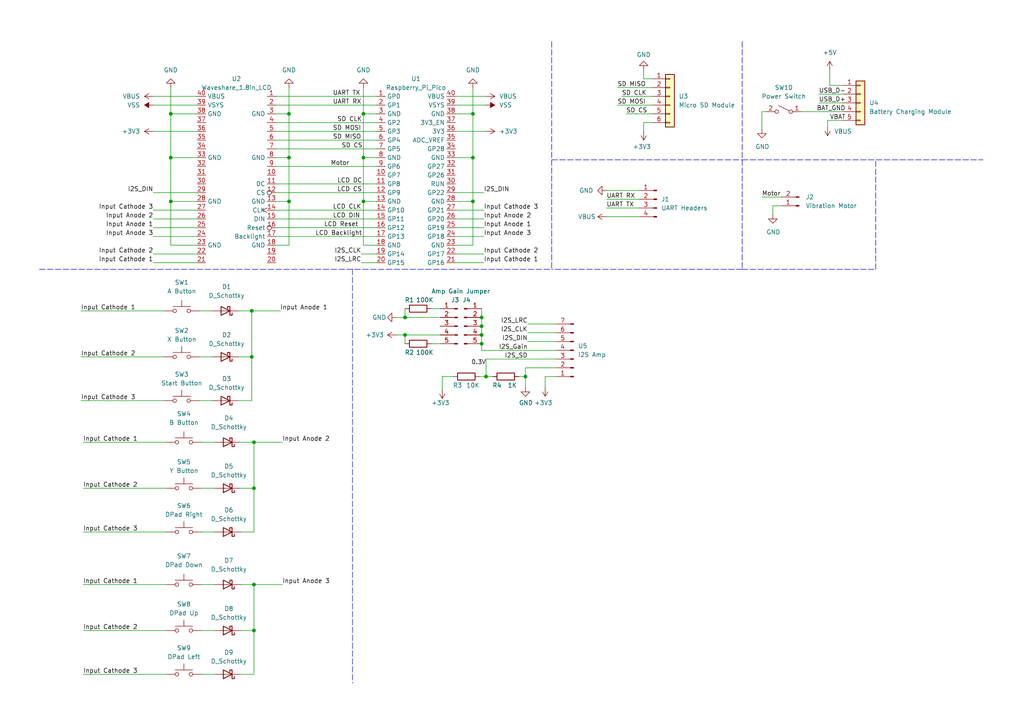
<source format=kicad_sch>
(kicad_sch (version 20211123) (generator eeschema)
  (paper "A4")
  (title_block (title "PICOnsole") (rev "1") (company "Bryce Dixon"))
  (lib_symbols
    (symbol "Connector:Conn_01x02_Male" (pin_names (offset 1.016) hide)
      (property "Reference" "J" (at 0 2.54 0))
      (property "Value" "Conn_01x02_Male" (at 0 -5.08 0))
      (symbol "Conn_01x02_Male_1_1"
        (polyline (pts (xy 1.27 -2.54) (xy 0.8636 -2.54)) (stroke (width 0.1524)))
        (polyline (pts (xy 1.27 0) (xy 0.8636 0)) (stroke (width 0.1524)))
        (rectangle (start 0.8636 -2.413) (end 0 -2.667) (stroke (width 0.1524)) (fill (type outline)))
        (rectangle (start 0.8636 0.127) (end 0 -0.127) (stroke (width 0.1524)) (fill (type outline)))
        (pin passive line (at 5.08 0 180) (length 3.81) (name "Pin_1") (number "1"))
        (pin passive line (at 5.08 -2.54 180) (length 3.81) (name "Pin_2") (number "2"))
      )
    )
    (symbol "Connector:Conn_01x04_Male" (pin_names (offset 1.016) hide)
      (property "Reference" "J" (at 0 5.08 0))
      (property "Value" "Conn_01x04_Male" (at 0 -7.62 0))
      (symbol "Conn_01x04_Male_1_1"
        (polyline (pts (xy 1.27 -5.08) (xy 0.8636 -5.08)) (stroke (width 0.1524)))
        (polyline (pts (xy 1.27 -2.54) (xy 0.8636 -2.54)) (stroke (width 0.1524)))
        (polyline (pts (xy 1.27 0) (xy 0.8636 0)) (stroke (width 0.1524)))
        (polyline (pts (xy 1.27 2.54) (xy 0.8636 2.54)) (stroke (width 0.1524)))
        (rectangle (start 0.8636 -4.953) (end 0 -5.207) (stroke (width 0.1524)) (fill (type outline)))
        (rectangle (start 0.8636 -2.413) (end 0 -2.667) (stroke (width 0.1524)) (fill (type outline)))
        (rectangle (start 0.8636 0.127) (end 0 -0.127) (stroke (width 0.1524)) (fill (type outline)))
        (rectangle (start 0.8636 2.667) (end 0 2.413) (stroke (width 0.1524)) (fill (type outline)))
        (pin passive line (at 5.08 2.54 180) (length 3.81) (name "Pin_1") (number "1"))
        (pin passive line (at 5.08 0 180) (length 3.81) (name "Pin_2") (number "2"))
        (pin passive line (at 5.08 -2.54 180) (length 3.81) (name "Pin_3") (number "3"))
        (pin passive line (at 5.08 -5.08 180) (length 3.81) (name "Pin_4") (number "4"))
      )
    )
    (symbol "Connector:Conn_01x05_Male" (pin_names (offset 1.016) hide)
      (property "Reference" "J" (at 0 7.62 0))
      (property "Value" "Conn_01x05_Male" (at 0 -7.62 0))
      (symbol "Conn_01x05_Male_1_1"
        (polyline (pts (xy 1.27 -5.08) (xy 0.8636 -5.08)) (stroke (width 0.1524)))
        (polyline (pts (xy 1.27 -2.54) (xy 0.8636 -2.54)) (stroke (width 0.1524)))
        (polyline (pts (xy 1.27 0) (xy 0.8636 0)) (stroke (width 0.1524)))
        (polyline (pts (xy 1.27 2.54) (xy 0.8636 2.54)) (stroke (width 0.1524)))
        (polyline (pts (xy 1.27 5.08) (xy 0.8636 5.08)) (stroke (width 0.1524)))
        (rectangle (start 0.8636 -4.953) (end 0 -5.207) (stroke (width 0.1524)) (fill (type outline)))
        (rectangle (start 0.8636 -2.413) (end 0 -2.667) (stroke (width 0.1524)) (fill (type outline)))
        (rectangle (start 0.8636 0.127) (end 0 -0.127) (stroke (width 0.1524)) (fill (type outline)))
        (rectangle (start 0.8636 2.667) (end 0 2.413) (stroke (width 0.1524)) (fill (type outline)))
        (rectangle (start 0.8636 5.207) (end 0 4.953) (stroke (width 0.1524)) (fill (type outline)))
        (pin passive line (at 5.08 5.08 180) (length 3.81) (name "Pin_1") (number "1"))
        (pin passive line (at 5.08 2.54 180) (length 3.81) (name "Pin_2") (number "2"))
        (pin passive line (at 5.08 0 180) (length 3.81) (name "Pin_3") (number "3"))
        (pin passive line (at 5.08 -2.54 180) (length 3.81) (name "Pin_4") (number "4"))
        (pin passive line (at 5.08 -5.08 180) (length 3.81) (name "Pin_5") (number "5"))
      )
    )
    (symbol "Connector:Conn_01x07_Male" (pin_names (offset 1.016) hide)
      (property "Reference" "J" (at 0 10.16 0))
      (property "Value" "Conn_01x07_Male" (at 0 -10.16 0))
      (symbol "Conn_01x07_Male_1_1"
        (polyline (pts (xy 1.27 -7.62) (xy 0.8636 -7.62)) (stroke (width 0.1524)))
        (polyline (pts (xy 1.27 -5.08) (xy 0.8636 -5.08)) (stroke (width 0.1524)))
        (polyline (pts (xy 1.27 -2.54) (xy 0.8636 -2.54)) (stroke (width 0.1524)))
        (polyline (pts (xy 1.27 0) (xy 0.8636 0)) (stroke (width 0.1524)))
        (polyline (pts (xy 1.27 2.54) (xy 0.8636 2.54)) (stroke (width 0.1524)))
        (polyline (pts (xy 1.27 5.08) (xy 0.8636 5.08)) (stroke (width 0.1524)))
        (polyline (pts (xy 1.27 7.62) (xy 0.8636 7.62)) (stroke (width 0.1524)))
        (rectangle (start 0.8636 -7.493) (end 0 -7.747) (stroke (width 0.1524)) (fill (type outline)))
        (rectangle (start 0.8636 -4.953) (end 0 -5.207) (stroke (width 0.1524)) (fill (type outline)))
        (rectangle (start 0.8636 -2.413) (end 0 -2.667) (stroke (width 0.1524)) (fill (type outline)))
        (rectangle (start 0.8636 0.127) (end 0 -0.127) (stroke (width 0.1524)) (fill (type outline)))
        (rectangle (start 0.8636 2.667) (end 0 2.413) (stroke (width 0.1524)) (fill (type outline)))
        (rectangle (start 0.8636 5.207) (end 0 4.953) (stroke (width 0.1524)) (fill (type outline)))
        (rectangle (start 0.8636 7.747) (end 0 7.493) (stroke (width 0.1524)) (fill (type outline)))
        (pin passive line (at 5.08 7.62 180) (length 3.81) (name "Pin_1") (number "1"))
        (pin passive line (at 5.08 5.08 180) (length 3.81) (name "Pin_2") (number "2"))
        (pin passive line (at 5.08 2.54 180) (length 3.81) (name "Pin_3") (number "3"))
        (pin passive line (at 5.08 0 180) (length 3.81) (name "Pin_4") (number "4"))
        (pin passive line (at 5.08 -2.54 180) (length 3.81) (name "Pin_5") (number "5"))
        (pin passive line (at 5.08 -5.08 180) (length 3.81) (name "Pin_6") (number "6"))
        (pin passive line (at 5.08 -7.62 180) (length 3.81) (name "Pin_7") (number "7"))
      )
    )
    (symbol "Connector_Generic:Conn_01x05" (pin_names (offset 1.016) hide)
      (property "Reference" "J" (at 0 7.62 0))
      (property "Value" "Conn_01x05" (at 0 -7.62 0))
      (symbol "Conn_01x05_1_1"
        (rectangle (start -1.27 -4.953) (end 0 -5.207) (stroke (width 0.1524)))
        (rectangle (start -1.27 -2.413) (end 0 -2.667) (stroke (width 0.1524)))
        (rectangle (start -1.27 0.127) (end 0 -0.127) (stroke (width 0.1524)))
        (rectangle (start -1.27 2.667) (end 0 2.413) (stroke (width 0.1524)))
        (rectangle (start -1.27 5.207) (end 0 4.953) (stroke (width 0.1524)))
        (rectangle (start -1.27 6.35) (end 1.27 -6.35) (stroke (width 0.254)) (fill (type background)))
        (pin passive line (at -5.08 5.08 0) (length 3.81) (name "Pin_1") (number "1"))
        (pin passive line (at -5.08 2.54 0) (length 3.81) (name "Pin_2") (number "2"))
        (pin passive line (at -5.08 0 0) (length 3.81) (name "Pin_3") (number "3"))
        (pin passive line (at -5.08 -2.54 0) (length 3.81) (name "Pin_4") (number "4"))
        (pin passive line (at -5.08 -5.08 0) (length 3.81) (name "Pin_5") (number "5"))
      )
    )
    (symbol "Connector_Generic:Conn_01x06" (pin_names (offset 1.016) hide)
      (property "Reference" "J" (at 0 7.62 0))
      (property "Value" "Conn_01x06" (at 0 -10.16 0))
      (symbol "Conn_01x06_1_1"
        (rectangle (start -1.27 -7.493) (end 0 -7.747) (stroke (width 0.1524)))
        (rectangle (start -1.27 -4.953) (end 0 -5.207) (stroke (width 0.1524)))
        (rectangle (start -1.27 -2.413) (end 0 -2.667) (stroke (width 0.1524)))
        (rectangle (start -1.27 0.127) (end 0 -0.127) (stroke (width 0.1524)))
        (rectangle (start -1.27 2.667) (end 0 2.413) (stroke (width 0.1524)))
        (rectangle (start -1.27 5.207) (end 0 4.953) (stroke (width 0.1524)))
        (rectangle (start -1.27 6.35) (end 1.27 -8.89) (stroke (width 0.254)) (fill (type background)))
        (pin passive line (at -5.08 5.08 0) (length 3.81) (name "Pin_1") (number "1"))
        (pin passive line (at -5.08 2.54 0) (length 3.81) (name "Pin_2") (number "2"))
        (pin passive line (at -5.08 0 0) (length 3.81) (name "Pin_3") (number "3"))
        (pin passive line (at -5.08 -2.54 0) (length 3.81) (name "Pin_4") (number "4"))
        (pin passive line (at -5.08 -5.08 0) (length 3.81) (name "Pin_5") (number "5"))
        (pin passive line (at -5.08 -7.62 0) (length 3.81) (name "Pin_6") (number "6"))
      )
    )
    (symbol "Device:D_Schottky" (pin_numbers hide) (pin_names (offset 1.016) hide)
      (property "Reference" "D" (at 0 2.54 0))
      (property "Value" "D_Schottky" (at 0 -2.54 0))
      (symbol "D_Schottky_0_1"
        (polyline (pts (xy 1.27 0) (xy -1.27 0)))
        (polyline (pts (xy 1.27 1.27) (xy 1.27 -1.27) (xy -1.27 0) (xy 1.27 1.27)) (stroke (width 0.254)))
        (polyline (pts (xy -1.905 0.635) (xy -1.905 1.27) (xy -1.27 1.27) (xy -1.27 -1.27) (xy -0.635 -1.27) (xy -0.635 -0.635)) (stroke (width 0.254)))
      )
      (symbol "D_Schottky_1_1"
        (pin passive line (at -3.81 0 0) (length 2.54) (name "K") (number "1"))
        (pin passive line (at 3.81 0 180) (length 2.54) (name "A") (number "2"))
      )
    )
    (symbol "Device:R" (pin_numbers hide) (pin_names (offset 0))
      (property "Reference" "R" (at 2.032 0 90))
      (property "Value" "R" (at 0 0 90))
      (symbol "R_0_1"
        (rectangle (start -1.016 -2.54) (end 1.016 2.54) (stroke (width 0.254)))
      )
      (symbol "R_1_1"
        (pin passive line (at 0 3.81 270) (length 1.27) (name "~") (number "1"))
        (pin passive line (at 0 -3.81 90) (length 1.27) (name "~") (number "2"))
      )
    )
    (symbol "PICOnsole:Raspberry_Pi_Pico"
      (property "Reference" "U?" (at 0 -39.37 0))
      (property "Value" "Raspberry_Pi_Pico" (at 0 13.97 0))
      (symbol "Raspberry_Pi_Pico_0_0"
        (pin bidirectional line (at -11.43 11.43 0) (length 2.54) (name "GP0") (number "1"))
        (pin bidirectional line (at -11.43 -11.43 0) (length 2.54) (name "GP7") (number "10"))
        (pin bidirectional line (at -11.43 -13.97 0) (length 2.54) (name "GP8") (number "11"))
        (pin bidirectional line (at -11.43 -16.51 0) (length 2.54) (name "GP9") (number "12"))
        (pin power_in line (at -11.43 -19.05 0) (length 2.54) (name "GND") (number "13"))
        (pin bidirectional line (at -11.43 -21.59 0) (length 2.54) (name "GP10") (number "14"))
        (pin bidirectional line (at -11.43 -24.13 0) (length 2.54) (name "GP11") (number "15"))
        (pin bidirectional line (at -11.43 -26.67 0) (length 2.54) (name "GP12") (number "16"))
        (pin bidirectional line (at -11.43 -29.21 0) (length 2.54) (name "GP13") (number "17"))
        (pin power_in line (at -11.43 -31.75 0) (length 2.54) (name "GND") (number "18"))
        (pin bidirectional line (at -11.43 -34.29 0) (length 2.54) (name "GP14") (number "19"))
        (pin bidirectional line (at -11.43 8.89 0) (length 2.54) (name "GP1") (number "2"))
        (pin bidirectional line (at -11.43 -36.83 0) (length 2.54) (name "GP15") (number "20"))
        (pin bidirectional line (at 11.43 -36.83 180) (length 2.54) (name "GP16") (number "21"))
        (pin bidirectional line (at 11.43 -34.29 180) (length 2.54) (name "GP17") (number "22"))
        (pin power_in line (at 11.43 -31.75 180) (length 2.54) (name "GND") (number "23"))
        (pin bidirectional line (at 11.43 -29.21 180) (length 2.54) (name "GP18") (number "24"))
        (pin bidirectional line (at 11.43 -26.67 180) (length 2.54) (name "GP19") (number "25"))
        (pin bidirectional line (at 11.43 -24.13 180) (length 2.54) (name "GP20") (number "26"))
        (pin bidirectional line (at 11.43 -21.59 180) (length 2.54) (name "GP21") (number "27"))
        (pin power_in line (at 11.43 -19.05 180) (length 2.54) (name "GND") (number "28"))
        (pin bidirectional line (at 11.43 -16.51 180) (length 2.54) (name "GP22") (number "29"))
        (pin power_in line (at -11.43 6.35 0) (length 2.54) (name "GND") (number "3"))
        (pin input line (at 11.43 -13.97 180) (length 2.54) (name "RUN") (number "30"))
        (pin bidirectional line (at 11.43 -11.43 180) (length 2.54) (name "GP26") (number "31"))
        (pin bidirectional line (at 11.43 -8.89 180) (length 2.54) (name "GP27") (number "32"))
        (pin power_in line (at 11.43 -6.35 180) (length 2.54) (name "GND") (number "33"))
        (pin bidirectional line (at 11.43 -3.81 180) (length 2.54) (name "GP28") (number "34"))
        (pin output line (at 11.43 -1.27 180) (length 2.54) (name "ADC_VREF") (number "35"))
        (pin power_out line (at 11.43 1.27 180) (length 2.54) (name "3V3") (number "36"))
        (pin input line (at 11.43 3.81 180) (length 2.54) (name "3V3_EN") (number "37"))
        (pin power_in line (at 11.43 6.35 180) (length 2.54) (name "GND") (number "38"))
        (pin power_out line (at 11.43 8.89 180) (length 2.54) (name "VSYS") (number "39"))
        (pin bidirectional line (at -11.43 3.81 0) (length 2.54) (name "GP2") (number "4"))
        (pin power_in line (at 11.43 11.43 180) (length 2.54) (name "VBUS") (number "40"))
        (pin bidirectional line (at -11.43 1.27 0) (length 2.54) (name "GP3") (number "5"))
        (pin bidirectional line (at -11.43 -1.27 0) (length 2.54) (name "GP4") (number "6"))
        (pin bidirectional line (at -11.43 -3.81 0) (length 2.54) (name "GP5") (number "7"))
        (pin power_in line (at -11.43 -6.35 0) (length 2.54) (name "GND") (number "8"))
        (pin bidirectional line (at -11.43 -8.89 0) (length 2.54) (name "GP6") (number "9"))
      )
    )
    (symbol "PICOnsole:Waveshare_1.8in_LCD"
      (property "Reference" "U2" (at 0 16.51 0))
      (property "Value" "Waveshare_1.8in_LCD" (at 0 13.97 0))
      (symbol "Waveshare_1.8in_LCD_0_0"
        (pin free line (at -11.43 11.43 0) (length 2.54) (name "") (number "1"))
        (pin free line (at -11.43 -11.43 0) (length 2.54) (name "") (number "10"))
        (pin input line (at -11.43 -13.97 0) (length 2.54) (name "DC") (number "11"))
        (pin input inverted (at -11.43 -16.51 0) (length 2.54) (name "CS") (number "12"))
        (pin power_in line (at -11.43 -19.05 0) (length 2.54) (name "GND") (number "13"))
        (pin input clock (at -11.43 -21.59 0) (length 2.54) (name "CLK") (number "14"))
        (pin input line (at -11.43 -24.13 0) (length 2.54) (name "DIN") (number "15"))
        (pin input inverted (at -11.43 -26.67 0) (length 2.54) (name "Reset") (number "16"))
        (pin input line (at -11.43 -29.21 0) (length 2.54) (name "Backlight") (number "17"))
        (pin power_in line (at -11.43 -31.75 0) (length 2.54) (name "GND") (number "18"))
        (pin free line (at -11.43 -34.29 0) (length 2.54) (name "") (number "19"))
        (pin free line (at -11.43 8.89 0) (length 2.54) (name "") (number "2"))
        (pin free line (at -11.43 -36.83 0) (length 2.54) (name "") (number "20"))
        (pin free line (at 11.43 -36.83 180) (length 2.54) (name "") (number "21"))
        (pin free line (at 11.43 -34.29 180) (length 2.54) (name "") (number "22"))
        (pin power_in line (at 11.43 -31.75 180) (length 2.54) (name "GND") (number "23"))
        (pin free line (at 11.43 -29.21 180) (length 2.54) (name "") (number "24"))
        (pin free line (at 11.43 -26.67 180) (length 2.54) (name "") (number "25"))
        (pin free line (at 11.43 -24.13 180) (length 2.54) (name "") (number "26"))
        (pin free line (at 11.43 -21.59 180) (length 2.54) (name "") (number "27"))
        (pin power_in line (at 11.43 -19.05 180) (length 2.54) (name "GND") (number "28"))
        (pin free line (at 11.43 -16.51 180) (length 2.54) (name "") (number "29"))
        (pin power_in line (at -11.43 6.35 0) (length 2.54) (name "GND") (number "3"))
        (pin free line (at 11.43 -13.97 180) (length 2.54) (name "") (number "30"))
        (pin free line (at 11.43 -11.43 180) (length 2.54) (name "") (number "31"))
        (pin free line (at 11.43 -8.89 180) (length 2.54) (name "") (number "32"))
        (pin power_in line (at 11.43 -6.35 180) (length 2.54) (name "GND") (number "33"))
        (pin free line (at 11.43 -3.81 180) (length 2.54) (name "") (number "34"))
        (pin free line (at 11.43 -1.27 180) (length 2.54) (name "") (number "35"))
        (pin free line (at 11.43 1.27 180) (length 2.54) (name "") (number "36"))
        (pin free line (at 11.43 3.81 180) (length 2.54) (name "") (number "37"))
        (pin power_in line (at 11.43 6.35 180) (length 2.54) (name "GND") (number "38"))
        (pin power_in line (at 11.43 8.89 180) (length 2.54) (name "VSYS") (number "39"))
        (pin free line (at -11.43 3.81 0) (length 2.54) (name "") (number "4"))
        (pin power_in line (at 11.43 11.43 180) (length 2.54) (name "VBUS") (number "40"))
        (pin free line (at -11.43 1.27 0) (length 2.54) (name "") (number "5"))
        (pin free line (at -11.43 -1.27 0) (length 2.54) (name "") (number "6"))
        (pin free line (at -11.43 -3.81 0) (length 2.54) (name "") (number "7"))
        (pin power_in line (at -11.43 -6.35 0) (length 2.54) (name "GND") (number "8"))
        (pin free line (at -11.43 -8.89 0) (length 2.54) (name "") (number "9"))
      )
    )
    (symbol "Switch:SW_Push" (pin_numbers hide) (pin_names (offset 1.016) hide)
      (property "Reference" "SW" (at 1.27 2.54 0))
      (property "Value" "SW_Push" (at 0 -1.524 0))
      (symbol "SW_Push_0_1"
        (circle (center -2.032 0) (radius 0.508))
        (polyline (pts (xy 0 1.27) (xy 0 3.048)))
        (polyline (pts (xy 2.54 1.27) (xy -2.54 1.27)))
        (circle (center 2.032 0) (radius 0.508))
        (pin passive line (at -5.08 0 0) (length 2.54) (name "1") (number "1"))
        (pin passive line (at 5.08 0 180) (length 2.54) (name "2") (number "2"))
      )
    )
    (symbol "Switch:SW_SPST" (pin_names (offset 0) hide)
      (property "Reference" "SW" (at 0 3.175 0))
      (property "Value" "SW_SPST" (at 0 -2.54 0))
      (symbol "SW_SPST_0_0"
        (circle (center -2.032 0) (radius 0.508))
        (polyline (pts (xy -1.524 0.254) (xy 1.524 1.778)))
        (circle (center 2.032 0) (radius 0.508))
      )
      (symbol "SW_SPST_1_1"
        (pin passive line (at -5.08 0 0) (length 2.54) (name "A") (number "1"))
        (pin passive line (at 5.08 0 180) (length 2.54) (name "B") (number "2"))
      )
    )
    (symbol "power:+3.3V" (power) (pin_names (offset 0))
      (property "Value" "+3.3V" (at 0 3.556 0))
      (symbol "+3.3V_0_1"
        (polyline (pts (xy -0.762 1.27) (xy 0 2.54)))
        (polyline (pts (xy 0 0) (xy 0 2.54)))
        (polyline (pts (xy 0 2.54) (xy 0.762 1.27)))
      )
      (symbol "+3.3V_1_1"
        (pin power_in line (at 0 0 90) (length 0) hide (name "+3V3") (number "1"))
      )
    )
    (symbol "power:+5V" (power) (pin_names (offset 0))
      (property "Value" "+5V" (at 0 3.556 0))
      (symbol "+5V_0_1"
        (polyline (pts (xy -0.762 1.27) (xy 0 2.54)))
        (polyline (pts (xy 0 0) (xy 0 2.54)))
        (polyline (pts (xy 0 2.54) (xy 0.762 1.27)))
      )
      (symbol "+5V_1_1"
        (pin power_in line (at 0 0 90) (length 0) hide (name "+5V") (number "1"))
      )
    )
    (symbol "power:GND" (power) (pin_names (offset 0))
      (property "Value" "GND" (at 0 -3.81 0))
      (symbol "GND_0_1"
        (polyline (pts (xy 0 0) (xy 0 -1.27) (xy 1.27 -1.27) (xy 0 -2.54) (xy -1.27 -1.27) (xy 0 -1.27)))
      )
      (symbol "GND_1_1"
        (pin power_in line (at 0 0 270) (length 0) hide (name "GND") (number "1"))
      )
    )
    (symbol "power:VBUS" (power) (pin_names (offset 0))
      (property "Value" "VBUS" (at 0 3.81 0))
      (symbol "VBUS_0_1"
        (polyline (pts (xy -0.762 1.27) (xy 0 2.54)))
        (polyline (pts (xy 0 0) (xy 0 2.54)))
        (polyline (pts (xy 0 2.54) (xy 0.762 1.27)))
      )
      (symbol "VBUS_1_1"
        (pin power_in line (at 0 0 90) (length 0) hide (name "VBUS") (number "1"))
      )
    )
    (symbol "power:VSS" (power) (pin_names (offset 0))
      (property "Value" "VSS" (at 0 3.81 0))
      (symbol "VSS_0_1"
        (polyline (pts (xy 0 0) (xy 0 2.54)))
        (polyline (pts (xy 0.762 1.27) (xy -0.762 1.27) (xy 0 2.54) (xy 0.762 1.27)) (fill (type outline)))
      )
      (symbol "VSS_1_1"
        (pin power_in line (at 0 0 90) (length 0) hide (name "VSS") (number "1"))
      )
    )
  )
  (junction (at 117.475 92.075))
  (junction (at 137.16 33.02))
  (junction (at 105.41 33.02))
  (junction (at 83.82 45.72))
  (junction (at 137.16 45.72))
  (junction (at 139.7 97.155))
  (junction (at 83.82 58.42))
  (junction (at 140.97 109.22))
  (junction (at 105.41 45.72))
  (junction (at 73.66 182.88))
  (junction (at 137.16 58.42))
  (junction (at 49.53 45.72))
  (junction (at 73.025 90.17))
  (junction (at 73.66 141.605))
  (junction (at 73.66 169.545))
  (junction (at 49.53 58.42))
  (junction (at 105.41 58.42))
  (junction (at 83.82 33.02))
  (junction (at 73.66 128.27))
  (junction (at 139.7 92.075))
  (junction (at 73.025 103.505))
  (junction (at 139.7 94.615))
  (junction (at 152.4 109.22))
  (junction (at 49.53 33.02))
  (junction (at 117.475 97.155))
  (junction (at 139.7 99.695))
  (wire (pts (xy 137.16 45.72) (xy 137.16 33.02)))
  (wire (pts (xy 58.42 154.305) (xy 62.23 154.305)))
  (wire (pts (xy 24.13 182.88) (xy 48.26 182.88)))
  (wire (pts (xy 161.29 106.68) (xy 152.4 106.68)))
  (wire (pts (xy 105.41 58.42) (xy 105.41 71.12)))
  (wire (pts (xy 81.28 90.17) (xy 73.025 90.17)))
  (wire (pts (xy 81.915 128.27) (xy 73.66 128.27)))
  (wire (pts (xy 132.08 60.96) (xy 140.335 60.96)))
  (wire (pts (xy 23.495 116.205) (xy 47.625 116.205)))
  (wire (pts (xy 186.69 20.32) (xy 186.69 22.86)))
  (wire (pts (xy 73.66 195.58) (xy 69.85 195.58)))
  (polyline (pts (xy 102.235 78.105) (xy 102.235 127)))
  (wire (pts (xy 83.82 58.42) (xy 80.01 58.42)))
  (wire (pts (xy 132.08 30.48) (xy 140.97 30.48)))
  (wire (pts (xy 153.035 96.52) (xy 161.29 96.52)))
  (wire (pts (xy 125.095 89.535) (xy 127.635 89.535)))
  (wire (pts (xy 80.01 55.88) (xy 109.22 55.88)))
  (wire (pts (xy 49.53 58.42) (xy 57.15 58.42)))
  (wire (pts (xy 83.82 45.72) (xy 83.82 58.42)))
  (wire (pts (xy 83.82 71.12) (xy 80.01 71.12)))
  (wire (pts (xy 44.45 38.1) (xy 57.15 38.1)))
  (wire (pts (xy 44.45 55.88) (xy 57.15 55.88)))
  (wire (pts (xy 137.16 71.12) (xy 137.16 58.42)))
  (wire (pts (xy 80.01 27.94) (xy 109.22 27.94)))
  (wire (pts (xy 83.82 33.02) (xy 80.01 33.02)))
  (wire (pts (xy 186.69 35.56) (xy 186.69 38.1)))
  (wire (pts (xy 57.785 116.205) (xy 61.595 116.205)))
  (wire (pts (xy 69.85 169.545) (xy 73.66 169.545)))
  (wire (pts (xy 44.45 73.66) (xy 57.15 73.66)))
  (wire (pts (xy 132.08 73.66) (xy 140.335 73.66)))
  (wire (pts (xy 80.01 35.56) (xy 109.22 35.56)))
  (wire (pts (xy 24.13 169.545) (xy 48.26 169.545)))
  (wire (pts (xy 73.66 154.305) (xy 69.85 154.305)))
  (wire (pts (xy 80.01 53.34) (xy 109.22 53.34)))
  (wire (pts (xy 83.82 25.4) (xy 83.82 33.02)))
  (wire (pts (xy 73.66 169.545) (xy 73.66 182.88)))
  (wire (pts (xy 139.065 109.22) (xy 140.97 109.22)))
  (wire (pts (xy 49.53 58.42) (xy 49.53 71.12)))
  (wire (pts (xy 44.45 68.58) (xy 57.15 68.58)))
  (wire (pts (xy 175.895 57.785) (xy 185.42 57.785)))
  (wire (pts (xy 58.42 141.605) (xy 62.23 141.605)))
  (wire (pts (xy 73.66 141.605) (xy 73.66 154.305)))
  (wire (pts (xy 24.13 154.305) (xy 48.26 154.305)))
  (polyline (pts (xy 102.235 127) (xy 102.235 198.12)))
  (wire (pts (xy 240.03 34.925) (xy 240.03 36.83)))
  (wire (pts (xy 132.08 66.04) (xy 140.335 66.04)))
  (wire (pts (xy 222.25 32.385) (xy 220.98 32.385)))
  (wire (pts (xy 80.01 63.5) (xy 109.22 63.5)))
  (wire (pts (xy 80.01 60.96) (xy 109.22 60.96)))
  (wire (pts (xy 132.08 27.94) (xy 140.97 27.94)))
  (wire (pts (xy 73.025 90.17) (xy 73.025 103.505)))
  (wire (pts (xy 139.7 94.615) (xy 139.7 97.155)))
  (wire (pts (xy 58.42 182.88) (xy 62.23 182.88)))
  (wire (pts (xy 57.785 90.17) (xy 61.595 90.17)))
  (wire (pts (xy 224.155 59.69) (xy 224.155 62.23)))
  (wire (pts (xy 132.08 55.88) (xy 140.335 55.88)))
  (wire (pts (xy 49.53 25.4) (xy 49.53 33.02)))
  (wire (pts (xy 80.01 38.1) (xy 109.22 38.1)))
  (wire (pts (xy 80.01 43.18) (xy 109.22 43.18)))
  (wire (pts (xy 105.41 25.4) (xy 105.41 33.02)))
  (wire (pts (xy 179.07 30.48) (xy 189.23 30.48)))
  (wire (pts (xy 244.475 24.765) (xy 240.665 24.765)))
  (wire (pts (xy 23.495 90.17) (xy 47.625 90.17)))
  (polyline (pts (xy 215.265 46.355) (xy 285.115 46.355)))
  (wire (pts (xy 179.07 25.4) (xy 189.23 25.4)))
  (wire (pts (xy 24.13 128.27) (xy 48.26 128.27)))
  (wire (pts (xy 180.34 27.94) (xy 189.23 27.94)))
  (wire (pts (xy 117.475 97.155) (xy 127.635 97.155)))
  (wire (pts (xy 114.935 97.155) (xy 117.475 97.155)))
  (wire (pts (xy 158.115 109.22) (xy 161.29 109.22)))
  (wire (pts (xy 44.45 30.48) (xy 57.15 30.48)))
  (wire (pts (xy 80.01 66.04) (xy 109.22 66.04)))
  (wire (pts (xy 117.475 89.535) (xy 117.475 92.075)))
  (wire (pts (xy 80.01 68.58) (xy 109.22 68.58)))
  (wire (pts (xy 69.85 141.605) (xy 73.66 141.605)))
  (wire (pts (xy 125.095 99.695) (xy 127.635 99.695)))
  (wire (pts (xy 117.475 92.075) (xy 127.635 92.075)))
  (wire (pts (xy 104.775 73.66) (xy 109.22 73.66)))
  (wire (pts (xy 80.01 48.26) (xy 109.22 48.26)))
  (wire (pts (xy 226.695 59.69) (xy 224.155 59.69)))
  (wire (pts (xy 23.495 103.505) (xy 47.625 103.505)))
  (wire (pts (xy 117.475 92.075) (xy 114.935 92.075)))
  (wire (pts (xy 44.45 76.2) (xy 57.15 76.2)))
  (wire (pts (xy 132.08 45.72) (xy 137.16 45.72)))
  (wire (pts (xy 57.785 103.505) (xy 61.595 103.505)))
  (wire (pts (xy 105.41 33.02) (xy 105.41 45.72)))
  (wire (pts (xy 69.85 182.88) (xy 73.66 182.88)))
  (wire (pts (xy 73.66 182.88) (xy 73.66 195.58)))
  (wire (pts (xy 73.66 128.27) (xy 73.66 141.605)))
  (wire (pts (xy 181.61 33.02) (xy 189.23 33.02)))
  (wire (pts (xy 139.7 101.6) (xy 161.29 101.6)))
  (wire (pts (xy 24.13 195.58) (xy 48.26 195.58)))
  (wire (pts (xy 49.53 33.02) (xy 49.53 45.72)))
  (wire (pts (xy 240.665 24.765) (xy 240.665 20.32)))
  (polyline (pts (xy 160.02 46.355) (xy 215.265 46.355)))
  (wire (pts (xy 80.01 40.64) (xy 109.22 40.64)))
  (wire (pts (xy 158.115 112.395) (xy 158.115 109.22)))
  (wire (pts (xy 132.08 58.42) (xy 137.16 58.42)))
  (polyline (pts (xy 215.265 78.105) (xy 160.02 78.105)))
  (polyline (pts (xy 215.265 78.105) (xy 254 78.105)))
  (polyline (pts (xy 215.265 12.065) (xy 215.265 46.355)))
  (wire (pts (xy 237.49 29.845) (xy 244.475 29.845)))
  (wire (pts (xy 105.41 58.42) (xy 109.22 58.42)))
  (wire (pts (xy 49.53 71.12) (xy 57.15 71.12)))
  (wire (pts (xy 44.45 27.94) (xy 57.15 27.94)))
  (wire (pts (xy 128.27 109.22) (xy 131.445 109.22)))
  (wire (pts (xy 44.45 63.5) (xy 57.15 63.5)))
  (wire (pts (xy 140.97 104.14) (xy 161.29 104.14)))
  (wire (pts (xy 132.08 38.1) (xy 140.97 38.1)))
  (wire (pts (xy 152.4 109.22) (xy 152.4 112.395)))
  (wire (pts (xy 186.69 35.56) (xy 189.23 35.56)))
  (wire (pts (xy 132.08 68.58) (xy 140.335 68.58)))
  (wire (pts (xy 244.475 34.925) (xy 240.03 34.925)))
  (wire (pts (xy 83.82 58.42) (xy 83.82 71.12)))
  (polyline (pts (xy 254 78.105) (xy 254 46.355)))
  (polyline (pts (xy 160.02 12.065) (xy 160.02 78.105)))
  (wire (pts (xy 80.01 30.48) (xy 109.22 30.48)))
  (wire (pts (xy 128.27 109.22) (xy 128.27 113.03)))
  (wire (pts (xy 44.45 66.04) (xy 57.15 66.04)))
  (wire (pts (xy 69.85 128.27) (xy 73.66 128.27)))
  (wire (pts (xy 49.53 33.02) (xy 57.15 33.02)))
  (wire (pts (xy 105.41 33.02) (xy 109.22 33.02)))
  (wire (pts (xy 139.7 92.075) (xy 139.7 94.615)))
  (wire (pts (xy 175.895 62.865) (xy 185.42 62.865)))
  (wire (pts (xy 137.16 58.42) (xy 137.16 45.72)))
  (wire (pts (xy 105.41 45.72) (xy 109.22 45.72)))
  (wire (pts (xy 105.41 71.12) (xy 109.22 71.12)))
  (wire (pts (xy 83.82 45.72) (xy 80.01 45.72)))
  (wire (pts (xy 175.895 60.325) (xy 185.42 60.325)))
  (wire (pts (xy 132.08 71.12) (xy 137.16 71.12)))
  (wire (pts (xy 117.475 97.155) (xy 117.475 99.695)))
  (wire (pts (xy 132.08 76.2) (xy 140.335 76.2)))
  (wire (pts (xy 81.915 169.545) (xy 73.66 169.545)))
  (wire (pts (xy 139.7 99.695) (xy 139.7 101.6)))
  (wire (pts (xy 73.025 116.205) (xy 69.215 116.205)))
  (wire (pts (xy 58.42 128.27) (xy 62.23 128.27)))
  (wire (pts (xy 83.82 33.02) (xy 83.82 45.72)))
  (wire (pts (xy 139.7 89.535) (xy 139.7 92.075)))
  (wire (pts (xy 237.49 27.305) (xy 244.475 27.305)))
  (wire (pts (xy 24.13 141.605) (xy 48.26 141.605)))
  (wire (pts (xy 137.16 33.02) (xy 137.16 25.4)))
  (wire (pts (xy 153.035 99.06) (xy 161.29 99.06)))
  (polyline (pts (xy 11.43 78.105) (xy 160.02 78.105)))
  (wire (pts (xy 140.97 109.22) (xy 142.875 109.22)))
  (wire (pts (xy 73.025 103.505) (xy 73.025 116.205)))
  (wire (pts (xy 140.97 109.22) (xy 140.97 104.14)))
  (wire (pts (xy 220.98 57.15) (xy 226.695 57.15)))
  (wire (pts (xy 132.08 33.02) (xy 137.16 33.02)))
  (wire (pts (xy 175.895 55.245) (xy 185.42 55.245)))
  (wire (pts (xy 232.41 32.385) (xy 244.475 32.385)))
  (wire (pts (xy 132.08 63.5) (xy 140.335 63.5)))
  (wire (pts (xy 49.53 45.72) (xy 49.53 58.42)))
  (wire (pts (xy 58.42 195.58) (xy 62.23 195.58)))
  (wire (pts (xy 49.53 45.72) (xy 57.15 45.72)))
  (wire (pts (xy 139.7 97.155) (xy 139.7 99.695)))
  (polyline (pts (xy 215.265 46.355) (xy 215.265 78.105)))
  (wire (pts (xy 220.98 32.385) (xy 220.98 37.465)))
  (wire (pts (xy 152.4 106.68) (xy 152.4 109.22)))
  (wire (pts (xy 150.495 109.22) (xy 152.4 109.22)))
  (wire (pts (xy 69.215 90.17) (xy 73.025 90.17)))
  (wire (pts (xy 186.69 22.86) (xy 189.23 22.86)))
  (wire (pts (xy 104.775 76.2) (xy 109.22 76.2)))
  (wire (pts (xy 44.45 60.96) (xy 57.15 60.96)))
  (wire (pts (xy 105.41 45.72) (xy 105.41 58.42)))
  (wire (pts (xy 69.215 103.505) (xy 73.025 103.505)))
  (wire (pts (xy 153.035 93.98) (xy 161.29 93.98)))
  (wire (pts (xy 58.42 169.545) (xy 62.23 169.545)))
  (label "BAT_GND" (at 236.855 32.385 0))
  (label "Input Cathode 1" (at 24.13 128.27 0))
  (label "Input Anode 1" (at 81.28 90.17 0))
  (label "Motor" (at 220.98 57.15 0))
  (label "Input Cathode 3" (at 23.495 116.205 0))
  (label "SD CS" (at 99.06 43.18 0))
  (label "Input Anode 3" (at 140.335 68.58 0))
  (label "SD CLK" (at 97.79 35.56 0))
  (label "SD CS" (at 181.61 33.02 0))
  (label "Input Cathode 2" (at 23.495 103.505 0))
  (label "UART RX" (at 175.895 57.785 0))
  (label "I2S_DIN" (at 44.45 55.88 180))
  (label "VBAT" (at 240.665 34.925 0))
  (label "Input Anode 2" (at 140.335 63.5 0))
  (label "I2S_LRC" (at 153.035 93.98 180))
  (label "Input Cathode 3" (at 44.45 60.96 180))
  (label "Input Cathode 1" (at 44.45 76.2 180))
  (label "UART RX" (at 96.52 30.48 0))
  (label "Input Cathode 2" (at 140.335 73.66 0))
  (label "I2S_CLK" (at 153.035 96.52 180))
  (label "Input Cathode 1" (at 140.335 76.2 0))
  (label "I2S_SD" (at 153.035 104.14 180))
  (label "I2S_DIN" (at 140.335 55.88 0))
  (label "LCD CLK" (at 96.52 60.96 0))
  (label "SD MOSI" (at 96.52 38.1 0))
  (label "Input Anode 2" (at 44.45 63.5 180))
  (label "USB_D-" (at 237.49 27.305 0))
  (label "I2S_DIN" (at 153.035 99.06 180))
  (label "Input Anode 3" (at 81.915 169.545 0))
  (label "Input Anode 1" (at 140.335 66.04 0))
  (label "USB_D+" (at 237.49 29.845 0))
  (label "SD CLK" (at 180.34 27.94 0))
  (label "0.3V" (at 140.97 106.045 180))
  (label "UART TX" (at 175.895 60.325 0))
  (label "Input Cathode 2" (at 24.13 141.605 0))
  (label "LCD DC" (at 97.79 53.34 0))
  (label "Motor" (at 95.885 48.26 0))
  (label "SD MOSI" (at 179.07 30.48 0))
  (label "LCD Backlight" (at 91.44 68.58 0))
  (label "SD MISO" (at 96.52 40.64 0))
  (label "LCD Reset" (at 93.98 66.04 0))
  (label "Input Anode 3" (at 44.45 68.58 180))
  (label "Input Cathode 1" (at 24.13 169.545 0))
  (label "I2S_Gain" (at 153.035 101.6 180))
  (label "Input Cathode 3" (at 140.335 60.96 0))
  (label "Input Cathode 3" (at 24.13 154.305 0))
  (label "Input Cathode 3" (at 24.13 195.58 0))
  (label "Input Anode 1" (at 44.45 66.04 180))
  (label "SD MISO" (at 179.07 25.4 0))
  (label "I2S_CLK" (at 104.775 73.66 180))
  (label "UART TX" (at 96.52 27.94 0))
  (label "Input Cathode 2" (at 24.13 182.88 0))
  (label "LCD DIN" (at 96.52 63.5 0))
  (label "Input Cathode 1" (at 23.495 90.17 0))
  (label "LCD CS" (at 97.79 55.88 0))
  (label "Input Cathode 2" (at 44.45 73.66 180))
  (label "I2S_LRC" (at 104.775 76.2 180))
  (label "Input Anode 2" (at 81.915 128.27 0))
  (symbol (lib_id "power:GND") (at 224.155 62.23 0) (unit 1)
    (property "Reference" "#PWR0119" (effects hide))
    (property "Value" "GND" (at 222.25 67.31 0) (effects (justify left)))
  )
  (symbol (lib_id "Device:R") (at 121.285 99.695 270) (unit 1)
    (property "Reference" "R2" (at 118.745 102.235 90))
    (property "Value" "100K" (at 123.19 102.235 90))
    (property "Footprint" "Resistor_SMD:R_0805_2012Metric_Pad1.20x1.40mm_HandSolder" (effects hide))
  )
  (symbol (lib_id "power:+3.3V") (at 114.935 97.155 90) (unit 1)
    (property "Reference" "#PWR0115" (effects hide))
    (property "Value" "+3.3V" (at 106.045 97.155 90) (effects (justify right)))
  )
  (symbol (lib_id "power:GND") (at 137.16 25.4 180) (unit 1)
    (property "Reference" "#PWR0111" (effects hide))
    (property "Value" "GND" (at 137.16 20.32 0))
  )
  (symbol (lib_id "power:VSS") (at 44.45 30.48 90) (unit 1)
    (property "Reference" "#PWR0101" (effects hide))
    (property "Value" "VSS" (at 40.64 30.48 90) (effects (justify left)))
  )
  (symbol (lib_id "power:GND") (at 152.4 112.395 0) (unit 1)
    (property "Reference" "#PWR0121" (effects hide))
    (property "Value" "GND" (at 150.495 116.84 0) (effects (justify left)))
  )
  (symbol (lib_id "Switch:SW_Push") (at 53.34 141.605 0) (unit 1)
    (property "Reference" "SW5" (at 53.34 133.985 0))
    (property "Value" "Y Button" (at 53.34 136.525 0))
    (property "Footprint" "Button_Switch_THT:SW_PUSH-12mm" (effects hide))
  )
  (symbol (lib_id "Device:D_Schottky") (at 65.405 90.17 180) (unit 1)
    (property "Reference" "D1" (at 65.7225 83.185 0))
    (property "Value" "D_Schottky" (at 65.7225 85.725 0))
    (property "Footprint" "Diode_THT:D_A-405_P10.16mm_Horizontal" (effects hide))
  )
  (symbol (lib_id "power:GND") (at 83.82 25.4 180) (unit 1)
    (property "Reference" "#PWR0104" (effects hide))
    (property "Value" "GND" (at 83.82 20.32 0))
  )
  (symbol (lib_id "power:GND") (at 220.98 37.465 0) (unit 1)
    (property "Reference" "#PWR0114" (effects hide))
    (property "Value" "GND" (at 219.075 42.545 0) (effects (justify left)))
  )
  (symbol (lib_id "Switch:SW_Push") (at 53.34 169.545 0) (unit 1)
    (property "Reference" "SW7" (at 53.34 161.29 0))
    (property "Value" "DPad Down" (at 53.34 163.83 0))
    (property "Footprint" "Button_Switch_THT:SW_PUSH-12mm" (effects hide))
  )
  (symbol (lib_id "power:VBUS") (at 175.895 62.865 90) (unit 1)
    (property "Reference" "#PWR0108" (effects hide))
    (property "Value" "VBUS" (at 167.64 62.865 90) (effects (justify right)))
  )
  (symbol (lib_id "Connector:Conn_01x05_Male") (at 132.715 94.615 0) (mirror y) (unit 1)
    (property "Reference" "J3" (at 130.81 86.995 0) (effects (justify right)))
    (property "Value" "Amp Gain Jumper" (at 125.095 84.455 0) (effects (justify right)))
    (property "Footprint" "Connector_PinHeader_2.54mm:PinHeader_1x05_P2.54mm_Vertical" (effects hide))
  )
  (symbol (lib_id "Device:D_Schottky") (at 66.04 128.27 180) (unit 1)
    (property "Reference" "D4" (at 66.3575 121.285 0))
    (property "Value" "D_Schottky" (at 66.3575 123.825 0))
    (property "Footprint" "Diode_THT:D_A-405_P10.16mm_Horizontal" (effects hide))
  )
  (symbol (lib_id "power:GND") (at 105.41 25.4 180) (unit 1)
    (property "Reference" "#PWR0105" (effects hide))
    (property "Value" "GND" (at 105.41 20.32 0))
  )
  (symbol (lib_id "Switch:SW_Push") (at 53.34 182.88 0) (unit 1)
    (property "Reference" "SW8" (at 53.34 175.26 0))
    (property "Value" "DPad Up" (at 53.34 177.8 0))
    (property "Footprint" "Button_Switch_THT:SW_PUSH-12mm" (effects hide))
  )
  (symbol (lib_id "power:+3.3V") (at 158.115 112.395 180) (unit 1)
    (property "Reference" "#PWR0122" (effects hide))
    (property "Value" "+3.3V" (at 154.94 116.84 0) (effects (justify right)))
  )
  (symbol (lib_id "Device:R") (at 121.285 89.535 270) (unit 1)
    (property "Reference" "R1" (at 118.745 86.995 90))
    (property "Value" "100K" (at 123.19 86.995 90))
    (property "Footprint" "Resistor_SMD:R_0805_2012Metric_Pad1.20x1.40mm_HandSolder" (effects hide))
  )
  (symbol (lib_id "Switch:SW_Push") (at 52.705 90.17 0) (unit 1)
    (property "Reference" "SW1" (at 52.705 81.915 0))
    (property "Value" "A Button" (at 52.705 84.455 0))
    (property "Footprint" "Button_Switch_THT:SW_PUSH-12mm" (effects hide))
  )
  (symbol (lib_id "Switch:SW_Push") (at 53.34 154.305 0) (unit 1)
    (property "Reference" "SW6" (at 53.34 146.685 0))
    (property "Value" "DPad Right" (at 53.34 149.225 0))
    (property "Footprint" "Button_Switch_THT:SW_PUSH-12mm" (effects hide))
  )
  (symbol (lib_id "Switch:SW_Push") (at 53.34 128.27 0) (unit 1)
    (property "Reference" "SW4" (at 53.34 120.015 0))
    (property "Value" "B Button" (at 53.34 122.555 0))
    (property "Footprint" "Button_Switch_THT:SW_PUSH-12mm" (effects hide))
  )
  (symbol (lib_id "Connector:Conn_01x05_Male") (at 134.62 94.615 0) (unit 1)
    (property "Reference" "J4" (at 136.525 86.995 0) (effects (justify right)))
    (property "Value" "Amp Gain Jumper2" (effects hide))
    (property "Footprint" "Connector_PinHeader_2.54mm:PinHeader_1x05_P2.54mm_Vertical" (effects hide))
  )
  (symbol (lib_id "PICOnsole:Waveshare_1.8in_LCD") (at 68.58 39.37 0) (mirror y) (unit 1)
    (property "Reference" "U2" (at 68.58 22.86 0))
    (property "Value" "Waveshare_1.8in_LCD" (at 68.58 25.4 0))
    (property "Footprint" "PICOnsole:Waveshare_1.8in_LCD" (effects hide))
  )
  (symbol (lib_id "power:+3.3V") (at 186.69 38.1 180) (unit 1)
    (property "Reference" "#PWR0117" (effects hide))
    (property "Value" "+3.3V" (at 183.515 42.545 0) (effects (justify right)))
  )
  (symbol (lib_id "Switch:SW_Push") (at 52.705 116.205 0) (unit 1)
    (property "Reference" "SW3" (at 52.705 108.585 0))
    (property "Value" "Start Button" (at 52.705 111.125 0))
    (property "Footprint" "Button_Switch_THT:SW_PUSH_6mm" (effects hide))
  )
  (symbol (lib_id "Switch:SW_Push") (at 52.705 103.505 0) (unit 1)
    (property "Reference" "SW2" (at 52.705 95.885 0))
    (property "Value" "X Button" (at 52.705 98.425 0))
    (property "Footprint" "Button_Switch_THT:SW_PUSH-12mm" (effects hide))
  )
  (symbol (lib_id "power:+5V") (at 240.665 20.32 0) (unit 1)
    (property "Reference" "#PWR0113" (effects hide))
    (property "Value" "+5V" (at 240.665 15.24 0))
  )
  (symbol (lib_id "Connector_Generic:Conn_01x06") (at 194.31 27.94 0) (unit 1)
    (property "Reference" "U3" (at 196.85 27.9399 0) (effects (justify left)))
    (property "Value" "Micro SD Module" (at 196.85 30.4799 0) (effects (justify left)))
    (property "Footprint" "Connector_PinHeader_2.54mm:PinHeader_1x06_P2.54mm_Vertical" (effects hide))
  )
  (symbol (lib_id "Device:D_Schottky") (at 65.405 103.505 180) (unit 1)
    (property "Reference" "D2" (at 65.7225 97.155 0))
    (property "Value" "D_Schottky" (at 65.7225 99.695 0))
    (property "Footprint" "Diode_THT:D_A-405_P10.16mm_Horizontal" (effects hide))
  )
  (symbol (lib_id "Device:D_Schottky") (at 66.04 195.58 180) (unit 1)
    (property "Reference" "D9" (at 66.3575 189.23 0))
    (property "Value" "D_Schottky" (at 66.3575 191.77 0))
    (property "Footprint" "Diode_THT:D_A-405_P10.16mm_Horizontal" (effects hide))
  )
  (symbol (lib_id "power:GND") (at 49.53 25.4 180) (unit 1)
    (property "Reference" "#PWR0102" (effects hide))
    (property "Value" "GND" (at 49.53 20.32 0))
  )
  (symbol (lib_id "power:GND") (at 186.69 20.32 180) (unit 1)
    (property "Reference" "#PWR0107" (effects hide))
    (property "Value" "GND" (at 186.69 15.875 0))
  )
  (symbol (lib_id "Device:D_Schottky") (at 66.04 154.305 180) (unit 1)
    (property "Reference" "D6" (at 66.3575 147.955 0))
    (property "Value" "D_Schottky" (at 66.3575 150.495 0))
    (property "Footprint" "Diode_THT:D_A-405_P10.16mm_Horizontal" (effects hide))
  )
  (symbol (lib_id "Connector:Conn_01x07_Male") (at 166.37 101.6 180) (unit 1)
    (property "Reference" "U5" (at 167.64 100.3299 0) (effects (justify right)))
    (property "Value" "I2S Amp" (at 167.64 102.8699 0) (effects (justify right)))
    (property "Footprint" "Connector_PinHeader_2.54mm:PinHeader_1x07_P2.54mm_Vertical" (effects hide))
  )
  (symbol (lib_id "power:VBUS") (at 240.03 36.83 180) (unit 1)
    (property "Reference" "#PWR0118" (effects hide))
    (property "Value" "VBUS" (at 241.935 38.0999 0) (effects (justify right)))
  )
  (symbol (lib_id "Switch:SW_Push") (at 53.34 195.58 0) (unit 1)
    (property "Reference" "SW9" (at 53.34 187.96 0))
    (property "Value" "DPad Left" (at 53.34 190.5 0))
    (property "Footprint" "Button_Switch_THT:SW_PUSH-12mm" (effects hide))
  )
  (symbol (lib_id "PICOnsole:Raspberry_Pi_Pico") (at 120.65 39.37 0) (unit 1)
    (property "Reference" "U1" (at 120.65 22.86 0))
    (property "Value" "Raspberry_Pi_Pico" (at 120.65 25.4 0))
    (property "Footprint" "PICOnsole:Raspberry_Pi_Pico" (effects hide))
  )
  (symbol (lib_id "Device:D_Schottky") (at 65.405 116.205 180) (unit 1)
    (property "Reference" "D3" (at 65.7225 109.855 0))
    (property "Value" "D_Schottky" (at 65.7225 112.395 0))
    (property "Footprint" "Diode_THT:D_A-405_P10.16mm_Horizontal" (effects hide))
  )
  (symbol (lib_id "power:+3.3V") (at 44.45 38.1 90) (mirror x) (unit 1)
    (property "Reference" "#PWR0123" (effects hide))
    (property "Value" "+3.3V" (at 40.64 38.0999 90) (effects (justify left)))
  )
  (symbol (lib_id "power:GND") (at 114.935 92.075 270) (unit 1)
    (property "Reference" "#PWR0112" (effects hide))
    (property "Value" "GND" (at 107.95 92.075 90) (effects (justify left)))
  )
  (symbol (lib_id "Device:R") (at 135.255 109.22 270) (unit 1)
    (property "Reference" "R3" (at 132.715 111.76 90))
    (property "Value" "10K" (at 137.16 111.76 90))
    (property "Footprint" "Resistor_SMD:R_0805_2012Metric_Pad1.20x1.40mm_HandSolder" (effects hide))
  )
  (symbol (lib_id "Connector_Generic:Conn_01x05") (at 249.555 29.845 0) (unit 1)
    (property "Reference" "U4" (at 252.095 29.8449 0) (effects (justify left)))
    (property "Value" "Battery Charging Module" (at 252.095 32.3849 0) (effects (justify left)))
    (property "Footprint" "Connector_PinHeader_2.54mm:PinHeader_1x05_P2.54mm_Vertical" (effects hide))
  )
  (symbol (lib_id "Connector:Conn_01x02_Male") (at 231.775 59.69 180) (unit 1)
    (property "Reference" "J2" (at 233.68 57.1499 0) (effects (justify right)))
    (property "Value" "Vibration Motor" (at 233.68 59.6899 0) (effects (justify right)))
    (property "Footprint" "Connector_PinHeader_2.54mm:PinHeader_1x02_P2.54mm_Vertical" (effects hide))
  )
  (symbol (lib_id "power:VSS") (at 140.97 30.48 270) (unit 1)
    (property "Reference" "#PWR0106" (effects hide))
    (property "Value" "VSS" (at 144.78 30.48 90) (effects (justify left)))
  )
  (symbol (lib_id "power:VBUS") (at 140.97 27.94 270) (unit 1)
    (property "Reference" "#PWR0110" (effects hide))
    (property "Value" "VBUS" (at 144.78 27.9399 90) (effects (justify left)))
  )
  (symbol (lib_id "Device:D_Schottky") (at 66.04 182.88 180) (unit 1)
    (property "Reference" "D8" (at 66.3575 176.53 0))
    (property "Value" "D_Schottky" (at 66.3575 179.07 0))
    (property "Footprint" "Diode_THT:D_A-405_P10.16mm_Horizontal" (effects hide))
  )
  (symbol (lib_id "power:+3.3V") (at 140.97 38.1 270) (unit 1)
    (property "Reference" "#PWR0120" (effects hide))
    (property "Value" "+3.3V" (at 144.78 38.0999 90) (effects (justify left)))
  )
  (symbol (lib_id "Connector:Conn_01x04_Male") (at 190.5 57.785 0) (mirror y) (unit 1)
    (property "Reference" "J1" (at 191.77 57.7849 0) (effects (justify right)))
    (property "Value" "UART Headers" (at 191.77 60.3249 0) (effects (justify right)))
    (property "Footprint" "Connector_PinHeader_2.54mm:PinHeader_1x04_P2.54mm_Vertical" (effects hide))
  )
  (symbol (lib_id "Device:D_Schottky") (at 66.04 169.545 180) (unit 1)
    (property "Reference" "D7" (at 66.3575 162.56 0))
    (property "Value" "D_Schottky" (at 66.3575 165.1 0))
    (property "Footprint" "Diode_THT:D_A-405_P10.16mm_Horizontal" (effects hide))
  )
  (symbol (lib_id "Device:D_Schottky") (at 66.04 141.605 180) (unit 1)
    (property "Reference" "D5" (at 66.3575 135.255 0))
    (property "Value" "D_Schottky" (at 66.3575 137.795 0))
    (property "Footprint" "Diode_THT:D_A-405_P10.16mm_Horizontal" (effects hide))
  )
  (symbol (lib_id "Switch:SW_SPST") (at 227.33 32.385 0) (mirror y) (unit 1)
    (property "Reference" "SW10" (at 227.33 25.4 0))
    (property "Value" "Power Switch" (at 227.33 27.94 0))
    (property "Footprint" "Connector_PinHeader_2.54mm:PinHeader_1x03_P2.54mm_Vertical" (effects hide))
  )
  (symbol (lib_id "Device:R") (at 146.685 109.22 270) (unit 1)
    (property "Reference" "R4" (at 144.145 111.76 90))
    (property "Value" "1K" (at 148.59 111.76 90))
    (property "Footprint" "Resistor_SMD:R_0805_2012Metric_Pad1.20x1.40mm_HandSolder" (effects hide))
  )
  (symbol (lib_id "power:VBUS") (at 44.45 27.94 90) (mirror x) (unit 1)
    (property "Reference" "#PWR0103" (effects hide))
    (property "Value" "VBUS" (at 40.64 27.9399 90) (effects (justify left)))
  )
  (symbol (lib_id "power:+3.3V") (at 128.27 113.03 180) (unit 1)
    (property "Reference" "#PWR0116" (effects hide))
    (property "Value" "+3.3V" (at 125.095 116.84 0) (effects (justify right)))
  )
  (symbol (lib_id "power:GND") (at 175.895 55.245 270) (unit 1)
    (property "Reference" "#PWR0109" (effects hide))
    (property "Value" "GND" (at 172.085 55.2449 90) (effects (justify right)))
  )
)
</source>
